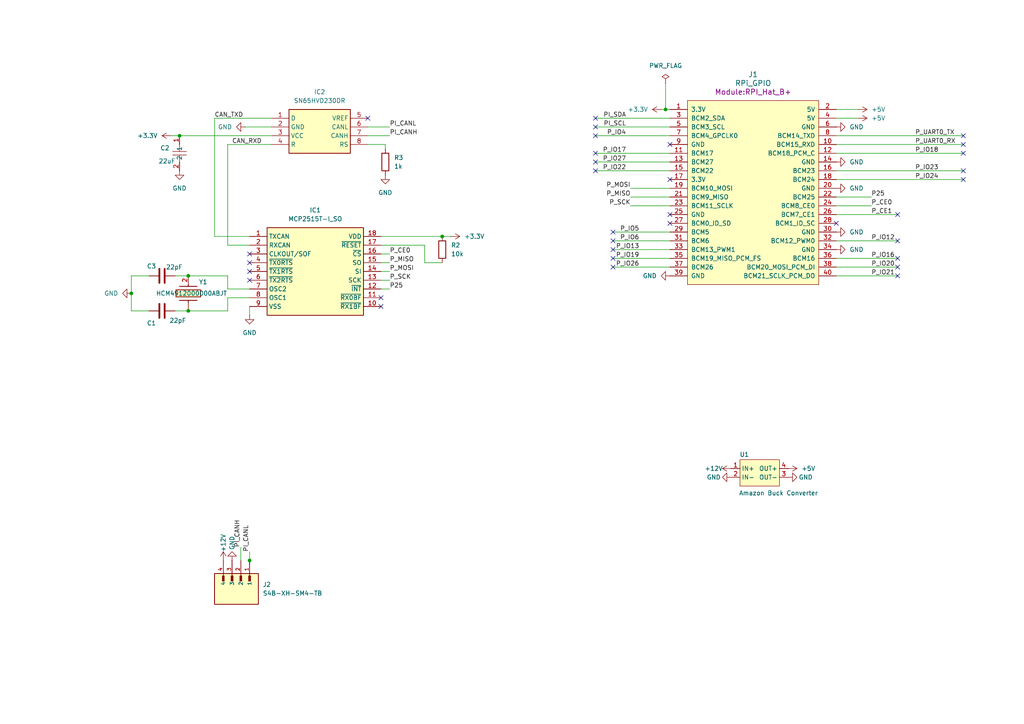
<source format=kicad_sch>
(kicad_sch (version 20250114) (generator "eeschema") (generator_version "9.0")
  (paper "A4")
  (lib_symbols
    (symbol "Connector_Generic:S4B-XH-SM4-TB" (pin_names (offset 1.016))
      (property "Reference" "J" (at -3.81 5.715 0))
      (property "Value" "S4B-XH-SM4-TB" (at -3.81 -10.16 0))
      (symbol "S4B-XH-SM4-TB_0_0"
        (rectangle (start -3.81 -7.62) (end 5.08 5.08) (stroke (width 0.254)) (fill (type background)))
        (rectangle (start -3.175 2.2225) (end -1.5875 2.8575) (stroke (width 0.1)) (fill (type outline)))
        (rectangle (start -3.175 -0.3175) (end -1.5875 0.3175) (stroke (width 0.1)) (fill (type outline)))
        (rectangle (start -3.175 -2.8575) (end -1.5875 -2.2225) (stroke (width 0.1)) (fill (type outline)))
        (rectangle (start -3.175 -5.3975) (end -1.5875 -4.7625) (stroke (width 0.1)) (fill (type outline)))
        (pin passive line (at -7.62 2.54 0) (length 5.08) (name "1") (number "1"))
        (pin passive line (at -7.62 0 0) (length 5.08) (name "2") (number "2"))
        (pin passive line (at -7.62 -2.54 0) (length 5.08) (name "3") (number "3"))
        (pin passive line (at -7.62 -5.08 0) (length 5.08) (name "4") (number "4"))
      )
    )
    (symbol "CustomLibraries:HCM4912000000ABJT" (pin_names (hide yes))
      (property "Reference" "Y" (at 8.89 6.35 0))
      (property "Value" "HCM4912000000ABJT" (at 8.89 3.81 0))
      (symbol "HCM4912000000ABJT_1_1"
        (polyline (pts (xy 3.048 2.54) (xy 3.048 -2.54)) (stroke (width 0.254)))
        (polyline (pts (xy 3.048 0) (xy 2.54 0)) (stroke (width 0.254)))
        (rectangle (start 4.064 3.556) (end 6.096 -3.556) (stroke (width 0.254)) (fill (type background)))
        (polyline (pts (xy 7.112 2.54) (xy 7.112 -2.54)) (stroke (width 0.254)))
        (polyline (pts (xy 7.112 0) (xy 7.62 0)) (stroke (width 0.254)))
        (pin passive line (at 0 0 0) (length 2.54) (name "CRYSTAL_2") (number "2"))
        (pin passive line (at 10.16 0 180) (length 2.54) (name "") (number ""))
      )
    )
    (symbol "CustomLibraries:MCP2515T-I_SO"
      (property "Reference" "IC" (at 34.29 7.62 0))
      (property "Value" "MCP2515T-I_SO" (at 34.29 5.08 0))
      (symbol "MCP2515T-I_SO_1_1"
        (rectangle (start 5.08 2.54) (end 33.02 -22.86) (stroke (width 0.254)) (fill (type background)))
        (pin passive line (at 0 0 0) (length 5.08) (name "TXCAN") (number "1"))
        (pin passive line (at 0 -2.54 0) (length 5.08) (name "RXCAN") (number "2"))
        (pin passive line (at 0 -5.08 0) (length 5.08) (name "CLKOUT/SOF") (number "3"))
        (pin passive line (at 0 -7.62 0) (length 5.08) (name "~{TX0RTS}") (number "4"))
        (pin passive line (at 0 -10.16 0) (length 5.08) (name "~{TX1RTS}") (number "5"))
        (pin passive line (at 0 -12.7 0) (length 5.08) (name "~{TX2RTS}") (number "6"))
        (pin passive line (at 0 -15.24 0) (length 5.08) (name "OSC2") (number "7"))
        (pin passive line (at 0 -17.78 0) (length 5.08) (name "OSC1") (number "8"))
        (pin passive line (at 0 -20.32 0) (length 5.08) (name "VSS") (number "9"))
        (pin passive line (at 38.1 0 180) (length 5.08) (name "VDD") (number "18"))
        (pin passive line (at 38.1 -2.54 180) (length 5.08) (name "~{RESET}") (number "17"))
        (pin passive line (at 38.1 -5.08 180) (length 5.08) (name "~{CS}") (number "16"))
        (pin passive line (at 38.1 -7.62 180) (length 5.08) (name "SO") (number "15"))
        (pin passive line (at 38.1 -10.16 180) (length 5.08) (name "SI") (number "14"))
        (pin passive line (at 38.1 -12.7 180) (length 5.08) (name "SCK") (number "13"))
        (pin passive line (at 38.1 -15.24 180) (length 5.08) (name "~{INT}") (number "12"))
        (pin passive line (at 38.1 -17.78 180) (length 5.08) (name "~{RX0BF}") (number "11"))
        (pin passive line (at 38.1 -20.32 180) (length 5.08) (name "~{RX1BF}") (number "10"))
      )
    )
    (symbol "CustomLibraries:SN65HVD230DR"
      (property "Reference" "IC" (at 24.13 7.62 0))
      (property "Value" "SN65HVD230DR" (at 24.13 5.08 0))
      (symbol "SN65HVD230DR_1_1"
        (rectangle (start 5.08 2.54) (end 22.86 -10.16) (stroke (width 0.254)) (fill (type background)))
        (pin passive line (at 0 0 0) (length 5.08) (name "D") (number "1"))
        (pin passive line (at 0 -2.54 0) (length 5.08) (name "GND") (number "2"))
        (pin passive line (at 0 -5.08 0) (length 5.08) (name "VCC") (number "3"))
        (pin passive line (at 0 -7.62 0) (length 5.08) (name "R") (number "4"))
        (pin passive line (at 27.94 0 180) (length 5.08) (name "VREF") (number "5"))
        (pin passive line (at 27.94 -2.54 180) (length 5.08) (name "CANL") (number "6"))
        (pin passive line (at 27.94 -5.08 180) (length 5.08) (name "CANH") (number "7"))
        (pin passive line (at 27.94 -7.62 180) (length 5.08) (name "RS") (number "8"))
      )
    )
    (symbol "Device:C" (pin_numbers (hide yes)) (pin_names (offset 0.254))
      (property "Reference" "C" (at 0.635 2.54 0))
      (property "Value" "C" (at 0.635 -2.54 0))
      (symbol "C_0_1"
        (polyline (pts (xy -2.032 0.762) (xy 2.032 0.762)) (stroke (width 0.508)))
        (polyline (pts (xy -2.032 -0.762) (xy 2.032 -0.762)) (stroke (width 0.508)))
      )
      (symbol "C_1_1"
        (pin passive line (at 0 3.81 270) (length 2.794) (name "~") (number "1"))
        (pin passive line (at 0 -3.81 90) (length 2.794) (name "~") (number "2"))
      )
    )
    (symbol "Device:R" (pin_numbers (hide yes)) (pin_names (offset 0))
      (property "Reference" "R" (at 2.032 0 90))
      (property "Value" "R" (at 0 0 90))
      (symbol "R_0_1"
        (rectangle (start -1.016 -2.54) (end 1.016 2.54) (stroke (width 0.254)))
      )
      (symbol "R_1_1"
        (pin passive line (at 0 3.81 270) (length 1.27) (name "~") (number "1"))
        (pin passive line (at 0 -3.81 90) (length 1.27) (name "~") (number "2"))
      )
    )
    (symbol "LCSC:CL31B226KPHNNNE"
      (property "Reference" "C" (at 0 5.08 0))
      (property "Value" "CL31B226KPHNNNE" (at 0 -5.08 0))
      (symbol "CL31B226KPHNNNE_0_1"
        (polyline (pts (xy -0.51 0) (xy -2.54 0)))
        (polyline (pts (xy -0.51 -2.03) (xy -0.51 2.03)))
        (polyline (pts (xy 0.51 2.03) (xy 0.51 -2.03)))
        (polyline (pts (xy 2.54 0) (xy 0.51 0)))
        (pin unspecified line (at -5.08 0 0) (length 2.54) (name "1") (number "1"))
        (pin unspecified line (at 5.08 0 180) (length 2.54) (name "2") (number "2"))
      )
    )
    (symbol "MCU_Module:RPi_GPIO" (pin_names (offset 1.016))
      (property "Reference" "J" (at 19.05 6.35 0))
      (property "Value" "RPi_GPIO" (at 19.05 3.81 0))
      (property "Footprint" "Module:RPI_Hat_B+" (at 0 0 0))
      (symbol "RPi_GPIO_1_1"
        (rectangle (start 0 2.54) (end 38.1 -50.8) (fill (type background)))
        (pin power_in line (at -5.08 0 0) (length 5.08) (name "3.3V") (number "1"))
        (pin bidirectional line (at -5.08 -2.54 0) (length 5.08) (name "BCM2_SDA") (number "3"))
        (pin bidirectional line (at -5.08 -5.08 0) (length 5.08) (name "BCM3_SCL") (number "5"))
        (pin bidirectional line (at -5.08 -7.62 0) (length 5.08) (name "BCM4_GPCLK0") (number "7"))
        (pin power_in line (at -5.08 -10.16 0) (length 5.08) (name "GND") (number "9"))
        (pin bidirectional line (at -5.08 -12.7 0) (length 5.08) (name "BCM17") (number "11"))
        (pin bidirectional line (at -5.08 -15.24 0) (length 5.08) (name "BCM27") (number "13"))
        (pin bidirectional line (at -5.08 -17.78 0) (length 5.08) (name "BCM22") (number "15"))
        (pin power_in line (at -5.08 -20.32 0) (length 5.08) (name "3.3V") (number "17"))
        (pin bidirectional line (at -5.08 -22.86 0) (length 5.08) (name "BCM10_MOSI") (number "19"))
        (pin bidirectional line (at -5.08 -25.4 0) (length 5.08) (name "BCM9_MISO") (number "21"))
        (pin bidirectional line (at -5.08 -27.94 0) (length 5.08) (name "BCM11_SCLK") (number "23"))
        (pin power_in line (at -5.08 -30.48 0) (length 5.08) (name "GND") (number "25"))
        (pin bidirectional line (at -5.08 -33.02 0) (length 5.08) (name "BCM0_ID_SD") (number "27"))
        (pin bidirectional line (at -5.08 -35.56 0) (length 5.08) (name "BCM5") (number "29"))
        (pin bidirectional line (at -5.08 -38.1 0) (length 5.08) (name "BCM6") (number "31"))
        (pin bidirectional line (at -5.08 -40.64 0) (length 5.08) (name "BCM13_PWM1") (number "33"))
        (pin bidirectional line (at -5.08 -43.18 0) (length 5.08) (name "BCM19_MISO_PCM_FS") (number "35"))
        (pin bidirectional line (at -5.08 -45.72 0) (length 5.08) (name "BCM26") (number "37"))
        (pin power_in line (at -5.08 -48.26 0) (length 5.08) (name "GND") (number "39"))
        (pin power_in line (at 43.18 0 180) (length 5.08) (name "5V") (number "2"))
        (pin power_in line (at 43.18 -2.54 180) (length 5.08) (name "5V") (number "4"))
        (pin power_in line (at 43.18 -5.08 180) (length 5.08) (name "GND") (number "6"))
        (pin bidirectional line (at 43.18 -7.62 180) (length 5.08) (name "BCM14_TXD") (number "8"))
        (pin bidirectional line (at 43.18 -10.16 180) (length 5.08) (name "BCM15_RXD") (number "10"))
        (pin bidirectional line (at 43.18 -12.7 180) (length 5.08) (name "BCM18_PCM_C") (number "12"))
        (pin power_in line (at 43.18 -15.24 180) (length 5.08) (name "GND") (number "14"))
        (pin bidirectional line (at 43.18 -17.78 180) (length 5.08) (name "BCM23") (number "16"))
        (pin bidirectional line (at 43.18 -20.32 180) (length 5.08) (name "BCM24") (number "18"))
        (pin power_in line (at 43.18 -22.86 180) (length 5.08) (name "GND") (number "20"))
        (pin bidirectional line (at 43.18 -25.4 180) (length 5.08) (name "BCM25") (number "22"))
        (pin bidirectional line (at 43.18 -27.94 180) (length 5.08) (name "BCM8_CE0") (number "24"))
        (pin bidirectional line (at 43.18 -30.48 180) (length 5.08) (name "BCM7_CE1") (number "26"))
        (pin bidirectional line (at 43.18 -33.02 180) (length 5.08) (name "BCM1_ID_SC") (number "28"))
        (pin power_in line (at 43.18 -35.56 180) (length 5.08) (name "GND") (number "30"))
        (pin bidirectional line (at 43.18 -38.1 180) (length 5.08) (name "BCM12_PWM0") (number "32"))
        (pin power_in line (at 43.18 -40.64 180) (length 5.08) (name "GND") (number "34"))
        (pin bidirectional line (at 43.18 -43.18 180) (length 5.08) (name "BCM16") (number "36"))
        (pin bidirectional line (at 43.18 -45.72 180) (length 5.08) (name "BCM20_MOSI_PCM_DI") (number "38"))
        (pin bidirectional line (at 43.18 -48.26 180) (length 5.08) (name "BCM21_SCLK_PCM_DO") (number "40"))
      )
    )
    (symbol "Regulator_Switching:AmazonBuckConverter"
      (property "Reference" "U" (at 0 0 0))
      (symbol "AmazonBuckConverter_1_1"
        (rectangle (start 0 10.16) (end 11.43 2.54) (fill (type background)))
        (pin input line (at -2.54 7.62 0) (length 2.54) (name "IN+") (number "1"))
        (pin input line (at -2.54 5.08 0) (length 2.54) (name "IN-") (number "2"))
        (pin input line (at 13.97 7.62 180) (length 2.54) (name "OUT+") (number "4"))
        (pin input line (at 13.97 5.08 180) (length 2.54) (name "OUT-") (number "3"))
      )
    )
    (symbol "power:+12V" (power) (pin_numbers (hide yes)) (pin_names (offset 0) (hide yes))
      (property "Value" "+12V" (at 0 3.556 0))
      (symbol "+12V_0_1"
        (polyline (pts (xy -0.762 1.27) (xy 0 2.54)))
        (polyline (pts (xy 0 2.54) (xy 0.762 1.27)))
        (polyline (pts (xy 0 0) (xy 0 2.54)))
      )
      (symbol "+12V_1_1"
        (pin power_in line (at 0 0 90) (length 0) (name "~") (number "1"))
      )
    )
    (symbol "power:+3.3V" (power) (pin_numbers (hide yes)) (pin_names (offset 0) (hide yes))
      (property "Value" "+3.3V" (at 0 3.556 0))
      (symbol "+3.3V_0_1"
        (polyline (pts (xy -0.762 1.27) (xy 0 2.54)))
        (polyline (pts (xy 0 2.54) (xy 0.762 1.27)))
        (polyline (pts (xy 0 0) (xy 0 2.54)))
      )
      (symbol "+3.3V_1_1"
        (pin power_in line (at 0 0 90) (length 0) (name "~") (number "1"))
      )
    )
    (symbol "power:+5V" (power) (pin_numbers (hide yes)) (pin_names (offset 0) (hide yes))
      (property "Value" "+5V" (at 0 3.556 0))
      (symbol "+5V_0_1"
        (polyline (pts (xy -0.762 1.27) (xy 0 2.54)))
        (polyline (pts (xy 0 2.54) (xy 0.762 1.27)))
        (polyline (pts (xy 0 0) (xy 0 2.54)))
      )
      (symbol "+5V_1_1"
        (pin power_in line (at 0 0 90) (length 0) (name "~") (number "1"))
      )
    )
    (symbol "power:GND" (power) (pin_numbers (hide yes)) (pin_names (offset 0) (hide yes))
      (property "Value" "GND" (at 0 -3.81 0))
      (symbol "GND_0_1"
        (polyline (pts (xy 0 0) (xy 0 -1.27) (xy 1.27 -1.27) (xy 0 -2.54) (xy -1.27 -1.27) (xy 0 -1.27)))
      )
      (symbol "GND_1_1"
        (pin power_in line (at 0 0 270) (length 0) (name "~") (number "1"))
      )
    )
    (symbol "power:PWR_FLAG" (power) (pin_numbers (hide yes)) (pin_names (offset 0) (hide yes))
      (property "Value" "PWR_FLAG" (at 0 3.81 0))
      (symbol "PWR_FLAG_0_0"
        (pin power_out line (at 0 0 90) (length 0) (name "~") (number "1"))
      )
      (symbol "PWR_FLAG_0_1"
        (polyline (pts (xy 0 0) (xy 0 1.27) (xy -1.016 1.905) (xy 0 2.54) (xy 1.016 1.905) (xy 0 1.27)))
      )
    )
  )
  (junction (at 52.07 39.37))
  (junction (at 193.04 31.75))
  (junction (at 54.61 80.01))
  (junction (at 128.27 68.58))
  (junction (at 72.39 162.56))
  (junction (at 38.1 85.09))
  (junction (at 54.61 90.17))
  (no_connect (at 172.72 49.53))
  (no_connect (at 279.4 39.37))
  (no_connect (at 279.4 49.53))
  (no_connect (at 106.68 34.29))
  (no_connect (at 260.35 69.85))
  (no_connect (at 72.39 76.2))
  (no_connect (at 177.8 77.47))
  (no_connect (at 279.4 52.07))
  (no_connect (at 260.35 62.23))
  (no_connect (at 172.72 36.83))
  (no_connect (at 194.31 62.23))
  (no_connect (at 72.39 78.74))
  (no_connect (at 194.31 64.77))
  (no_connect (at 177.8 74.93))
  (no_connect (at 194.31 41.91))
  (no_connect (at 172.72 39.37))
  (no_connect (at 279.4 41.91))
  (no_connect (at 260.35 74.93))
  (no_connect (at 110.49 88.9))
  (no_connect (at 260.35 80.01))
  (no_connect (at 72.39 81.28))
  (no_connect (at 172.72 46.99))
  (no_connect (at 177.8 72.39))
  (no_connect (at 110.49 86.36))
  (no_connect (at 172.72 34.29))
  (no_connect (at 177.8 67.31))
  (no_connect (at 72.39 73.66))
  (no_connect (at 242.57 64.77))
  (no_connect (at 172.72 44.45))
  (no_connect (at 177.8 69.85))
  (no_connect (at 194.31 52.07))
  (no_connect (at 279.4 44.45))
  (no_connect (at 260.35 77.47))
  (wire (pts (xy 49.53 39.37) (xy 52.07 39.37)))
  (wire (pts (xy 172.72 49.53) (xy 194.31 49.53)))
  (wire (pts (xy 252.73 57.15) (xy 242.57 57.15)))
  (wire (pts (xy 191.77 31.75) (xy 193.04 31.75)))
  (wire (pts (xy 172.72 46.99) (xy 194.31 46.99)))
  (wire (pts (xy 66.04 86.36) (xy 66.04 90.17)))
  (wire (pts (xy 193.04 31.75) (xy 194.31 31.75)))
  (wire (pts (xy 69.85 158.75) (xy 69.85 162.56)))
  (wire (pts (xy 177.8 74.93) (xy 194.31 74.93)))
  (wire (pts (xy 242.57 49.53) (xy 279.4 49.53)))
  (wire (pts (xy 62.23 34.29) (xy 62.23 68.58)))
  (wire (pts (xy 66.04 71.12) (xy 72.39 71.12)))
  (wire (pts (xy 72.39 162.56) (xy 72.39 163.83)))
  (wire (pts (xy 54.61 80.01) (xy 66.04 80.01)))
  (wire (pts (xy 182.88 59.69) (xy 194.31 59.69)))
  (wire (pts (xy 172.72 39.37) (xy 194.31 39.37)))
  (wire (pts (xy 242.57 39.37) (xy 279.4 39.37)))
  (wire (pts (xy 242.57 62.23) (xy 260.35 62.23)))
  (wire (pts (xy 113.03 81.28) (xy 110.49 81.28)))
  (wire (pts (xy 71.12 36.83) (xy 78.74 36.83)))
  (wire (pts (xy 72.39 68.58) (xy 62.23 68.58)))
  (wire (pts (xy 66.04 83.82) (xy 72.39 83.82)))
  (wire (pts (xy 248.92 31.75) (xy 242.57 31.75)))
  (wire (pts (xy 113.03 73.66) (xy 110.49 73.66)))
  (wire (pts (xy 72.39 86.36) (xy 66.04 86.36)))
  (wire (pts (xy 113.03 39.37) (xy 106.68 39.37)))
  (wire (pts (xy 50.8 80.01) (xy 54.61 80.01)))
  (wire (pts (xy 242.57 77.47) (xy 260.35 77.47)))
  (wire (pts (xy 113.03 78.74) (xy 110.49 78.74)))
  (wire (pts (xy 123.19 71.12) (xy 123.19 76.2)))
  (wire (pts (xy 110.49 68.58) (xy 128.27 68.58)))
  (wire (pts (xy 193.04 24.13) (xy 193.04 31.75)))
  (wire (pts (xy 38.1 80.01) (xy 38.1 85.09)))
  (wire (pts (xy 248.92 34.29) (xy 242.57 34.29)))
  (wire (pts (xy 54.61 90.17) (xy 66.04 90.17)))
  (wire (pts (xy 123.19 76.2) (xy 128.27 76.2)))
  (wire (pts (xy 177.8 72.39) (xy 194.31 72.39)))
  (wire (pts (xy 111.76 41.91) (xy 111.76 43.18)))
  (wire (pts (xy 113.03 83.82) (xy 110.49 83.82)))
  (wire (pts (xy 72.39 91.44) (xy 72.39 88.9)))
  (wire (pts (xy 62.23 34.29) (xy 78.74 34.29)))
  (wire (pts (xy 242.57 69.85) (xy 260.35 69.85)))
  (wire (pts (xy 78.74 41.91) (xy 66.04 41.91)))
  (wire (pts (xy 52.07 39.37) (xy 78.74 39.37)))
  (wire (pts (xy 113.03 36.83) (xy 106.68 36.83)))
  (wire (pts (xy 242.57 80.01) (xy 260.35 80.01)))
  (wire (pts (xy 38.1 90.17) (xy 43.18 90.17)))
  (wire (pts (xy 66.04 41.91) (xy 66.04 71.12)))
  (wire (pts (xy 172.72 34.29) (xy 194.31 34.29)))
  (wire (pts (xy 113.03 76.2) (xy 110.49 76.2)))
  (wire (pts (xy 242.57 52.07) (xy 279.4 52.07)))
  (wire (pts (xy 72.39 160.02) (xy 72.39 162.56)))
  (wire (pts (xy 177.8 77.47) (xy 194.31 77.47)))
  (wire (pts (xy 110.49 71.12) (xy 123.19 71.12)))
  (wire (pts (xy 128.27 68.58) (xy 130.81 68.58)))
  (wire (pts (xy 182.88 54.61) (xy 194.31 54.61)))
  (wire (pts (xy 242.57 41.91) (xy 279.4 41.91)))
  (wire (pts (xy 182.88 57.15) (xy 194.31 57.15)))
  (wire (pts (xy 172.72 44.45) (xy 194.31 44.45)))
  (wire (pts (xy 50.8 90.17) (xy 54.61 90.17)))
  (wire (pts (xy 242.57 74.93) (xy 260.35 74.93)))
  (wire (pts (xy 38.1 80.01) (xy 43.18 80.01)))
  (wire (pts (xy 172.72 36.83) (xy 194.31 36.83)))
  (wire (pts (xy 177.8 67.31) (xy 194.31 67.31)))
  (wire (pts (xy 38.1 90.17) (xy 38.1 85.09)))
  (wire (pts (xy 106.68 41.91) (xy 111.76 41.91)))
  (wire (pts (xy 242.57 44.45) (xy 279.4 44.45)))
  (wire (pts (xy 66.04 83.82) (xy 66.04 80.01)))
  (wire (pts (xy 252.73 59.69) (xy 242.57 59.69)))
  (wire (pts (xy 177.8 69.85) (xy 194.31 69.85)))
  (label "PI_CANL" (at 72.39 160.02 90))
  (label "P_IO26" (at 185.42 77.47 180))
  (label "PI_CANH" (at 69.85 158.75 90))
  (label "P_SCK" (at 182.88 59.69 180))
  (label "P_IO22" (at 181.61 49.53 180))
  (label "P_IO5" (at 185.42 67.31 180))
  (label "P_IO21" (at 252.73 80.01 0))
  (label "P_IO27" (at 181.61 46.99 180))
  (label "P_IO17" (at 181.61 44.45 180))
  (label "P_IO24" (at 265.43 52.07 0))
  (label "PI_SCL" (at 181.61 36.83 180))
  (label "P_IO13" (at 185.42 72.39 180))
  (label "P_IO23" (at 265.43 49.53 0))
  (label "P_CE0" (at 252.73 59.69 0))
  (label "PI_CANH" (at 113.03 39.37 0))
  (label "P_IO4" (at 181.61 39.37 180))
  (label "P_MISO" (at 182.88 57.15 180))
  (label "P_IO19" (at 185.42 74.93 180))
  (label "P_IO20" (at 252.73 77.47 0))
  (label "P_IO18" (at 265.43 44.45 0))
  (label "P_UART0_TX" (at 265.43 39.37 0))
  (label "P_MOSI" (at 113.03 78.74 0))
  (label "P_IO6" (at 185.42 69.85 180))
  (label "P25" (at 113.03 83.82 0))
  (label "P_UART0_RX" (at 265.43 41.91 0))
  (label "P_MISO" (at 113.03 76.2 0))
  (label "CAN_RXD" (at 67.31 41.91 0))
  (label "P_CE1" (at 252.73 62.23 0))
  (label "P_SCK" (at 113.03 81.28 0))
  (label "P_MOSI" (at 182.88 54.61 180))
  (label "CAN_TXD" (at 62.23 34.29 0))
  (label "P25" (at 252.73 57.15 0))
  (label "P_IO12" (at 252.73 69.85 0))
  (label "PI_CANL" (at 113.03 36.83 0))
  (label "PI_SDA" (at 181.61 34.29 180))
  (label "P_CE0" (at 113.03 73.66 0))
  (label "P_IO16" (at 252.73 74.93 0))
  (symbol (lib_id "Device:R") (at 111.76 46.99 180) (unit 1)
    (property "Reference" "R3" (at 114.3 45.7199 0) (effects (justify right)))
    (property "Value" "1k" (at 114.3 48.2599 0) (effects (justify right)))
    (property "Footprint" "Resistor_SMD:R_1206_3216Metric" (effects (hide yes)))
    (property "Description" "Resistor" (effects (hide yes)))
  )
  (symbol (lib_id "Regulator_Switching:AmazonBuckConverter") (at 214.63 143.51 0) (unit 1)
    (property "Reference" "U1" (at 215.9 131.826 0))
    (property "Value" "Amazon Buck Converter" (at 225.806 143.002 0))
    (property "Footprint" "Converter_DCDC:AmazonBuckConverter" (effects (hide yes)))
  )
  (symbol (lib_id "power:+5V") (at 248.92 34.29 270) (unit 1)
    (property "Reference" "#PWR09" (effects (hide yes)))
    (property "Value" "+5V" (at 252.73 34.2899 90) (effects (justify left)))
    (property "Description" "Power symbol creates a global label with name \"+5V\"" (effects (hide yes)))
  )
  (symbol (lib_id "power:GND") (at 52.07 49.53 0) (unit 1)
    (property "Reference" "#PWR017" (effects (hide yes)))
    (property "Value" "GND" (at 52.07 54.61 0))
    (property "Description" "Power symbol creates a global label with name \"GND\" , ground" (effects (hide yes)))
  )
  (symbol (lib_id "power:+3.3V") (at 191.77 31.75 90) (unit 1)
    (property "Reference" "#PWR011" (effects (hide yes)))
    (property "Value" "+3.3V" (at 187.96 31.7499 90) (effects (justify left)))
    (property "Description" "Power symbol creates a global label with name \"+3.3V\"" (effects (hide yes)))
  )
  (symbol (lib_id "Device:R") (at 128.27 72.39 180) (unit 1)
    (property "Reference" "R2" (at 130.81 71.1199 0) (effects (justify right)))
    (property "Value" "10k" (at 130.81 73.6599 0) (effects (justify right)))
    (property "Footprint" "Resistor_SMD:R_1206_3216Metric" (effects (hide yes)))
    (property "Description" "Resistor" (effects (hide yes)))
  )
  (symbol (lib_id "power:GND") (at 212.09 138.43 270) (unit 1)
    (property "Reference" "#PWR024" (effects (hide yes)))
    (property "Value" "GND" (at 207.01 138.43 90))
    (property "Description" "Power symbol creates a global label with name \"GND\" , ground" (effects (hide yes)))
  )
  (symbol (lib_id "power:GND") (at 71.12 36.83 270) (unit 1)
    (property "Reference" "#PWR015" (effects (hide yes)))
    (property "Value" "GND" (at 67.31 36.8299 90) (effects (justify right)))
    (property "Description" "Power symbol creates a global label with name \"GND\" , ground" (effects (hide yes)))
  )
  (symbol (lib_id "power:GND") (at 228.6 138.43 90) (unit 1)
    (property "Reference" "#PWR018" (effects (hide yes)))
    (property "Value" "GND" (at 233.68 138.43 90))
    (property "Description" "Power symbol creates a global label with name \"GND\" , ground" (effects (hide yes)))
  )
  (symbol (lib_id "power:GND") (at 111.76 50.8 0) (unit 1)
    (property "Reference" "#PWR014" (effects (hide yes)))
    (property "Value" "GND" (at 111.76 55.88 0))
    (property "Description" "Power symbol creates a global label with name \"GND\" , ground" (effects (hide yes)))
  )
  (symbol (lib_id "power:GND") (at 72.39 91.44 0) (unit 1)
    (property "Reference" "#PWR013" (effects (hide yes)))
    (property "Value" "GND" (at 72.39 96.52 0))
    (property "Description" "Power symbol creates a global label with name \"GND\" , ground" (effects (hide yes)))
  )
  (symbol (lib_id "Device:C") (at 46.99 80.01 90) (unit 1)
    (property "Reference" "C3" (at 43.942 77.216 90))
    (property "Value" "22pF" (at 50.546 77.47 90))
    (property "Footprint" "Capacitor_SMD:C_1206_3216Metric" (effects (hide yes)))
    (property "Description" "Unpolarized capacitor" (effects (hide yes)))
  )
  (symbol (lib_id "power:+3.3V") (at 49.53 39.37 90) (unit 1)
    (property "Reference" "#PWR016" (effects (hide yes)))
    (property "Value" "+3.3V" (at 45.72 39.3699 90) (effects (justify left)))
    (property "Description" "Power symbol creates a global label with name \"+3.3V\"" (effects (hide yes)))
  )
  (symbol (lib_id "power:GND") (at 242.57 67.31 90) (unit 1)
    (property "Reference" "#PWR04" (effects (hide yes)))
    (property "Value" "GND" (at 246.38 67.3099 90) (effects (justify right)))
    (property "Description" "Power symbol creates a global label with name \"GND\" , ground" (effects (hide yes)))
  )
  (symbol (lib_id "power:+12V") (at 64.77 162.56 0) (unit 1)
    (property "Reference" "#PWR025" (effects (hide yes)))
    (property "Value" "+12V" (at 64.77 157.48 90))
    (property "Description" "Power symbol creates a global label with name \"+12V\"" (effects (hide yes)))
  )
  (symbol (lib_id "CustomLibraries:SN65HVD230DR") (at 78.74 34.29 0) (unit 1)
    (property "Reference" "IC2" (at 92.71 26.67 0))
    (property "Value" "SN65HVD230DR" (at 92.71 29.21 0))
    (property "Footprint" "CustomLibrary:SN65HVD230DR" (effects (hide yes)))
    (property "Datasheet" "http://www.ti.com/lit/gpn/sn65hvd230" (effects (hide yes)))
    (property "Description" "3.3 V CAN Transceiver with Standby Mode" (effects (hide yes)))
    (property "Height" "1.75" (effects (hide yes)))
    (property "Mouser Part Number" "595-SN65HVD230DR" (effects (hide yes)))
    (property "Mouser Price/Stock" "https://www.mouser.co.uk/ProductDetail/Texas-Instruments/SN65HVD230DR?qs=QViXGNcIEAtifeQR3pYVUQ%3D%3D" (effects (hide yes)))
    (property "Manufacturer_Name" "Texas Instruments" (effects (hide yes)))
    (property "Manufacturer_Part_Number" "SN65HVD230DR" (effects (hide yes)))
  )
  (symbol (lib_id "power:GND") (at 242.57 54.61 90) (unit 1)
    (property "Reference" "#PWR05" (effects (hide yes)))
    (property "Value" "GND" (at 246.38 54.6099 90) (effects (justify right)))
    (property "Description" "Power symbol creates a global label with name \"GND\" , ground" (effects (hide yes)))
  )
  (symbol (lib_id "LCSC:CL31B226KPHNNNE") (at 52.07 44.45 270) (unit 1)
    (property "Reference" "C2" (at 46.482 42.926 90) (effects (justify left)))
    (property "Value" "22uF" (at 45.974 46.736 90) (effects (justify left)))
    (property "Footprint" "easyeda2kicad:C1206" (effects (hide yes)))
    (property "Datasheet" "https://lcsc.com/product-detail/Multilayer-Ceramic-Capacitors-MLCC-SMD-SMT_SAMSUNG_CL31B226KPHNNNE_22uF-226-10-10V_C87996.html" (effects (hide yes)))
    (property "LCSC Part" "C87996" (effects (hide yes)))
  )
  (symbol (lib_id "power:+12V") (at 212.09 135.89 90) (unit 1)
    (property "Reference" "#PWR022" (effects (hide yes)))
    (property "Value" "+12V" (at 207.01 135.89 90))
    (property "Description" "Power symbol creates a global label with name \"+12V\"" (effects (hide yes)))
  )
  (symbol (lib_id "power:+3.3V") (at 130.81 68.58 270) (unit 1)
    (property "Reference" "#PWR010" (effects (hide yes)))
    (property "Value" "+3.3V" (at 134.62 68.5799 90) (effects (justify left)))
    (property "Description" "Power symbol creates a global label with name \"+3.3V\"" (effects (hide yes)))
  )
  (symbol (lib_id "power:GND") (at 242.57 72.39 90) (unit 1)
    (property "Reference" "#PWR03" (effects (hide yes)))
    (property "Value" "GND" (at 246.38 72.3899 90) (effects (justify right)))
    (property "Description" "Power symbol creates a global label with name \"GND\" , ground" (effects (hide yes)))
  )
  (symbol (lib_id "power:GND") (at 194.31 80.01 270) (unit 1)
    (property "Reference" "#PWR01" (effects (hide yes)))
    (property "Value" "GND" (at 190.5 80.0099 90) (effects (justify right)))
    (property "Description" "Power symbol creates a global label with name \"GND\" , ground" (effects (hide yes)))
  )
  (symbol (lib_id "CustomLibraries:HCM4912000000ABJT") (at 54.61 80.01 270) (unit 1)
    (property "Reference" "Y1" (at 57.658 81.788 90) (effects (justify left)))
    (property "Value" "HCM4912000000ABJT" (at 45.212 85.09 90) (effects (justify left)))
    (property "Footprint" "CustomLibrary:HCM4912000000ABJT" (effects (hide yes)))
    (property "Datasheet" "https://datasheet.datasheetarchive.com/originals/dk/DKDS-7/132106.pdf" (effects (hide yes)))
    (property "Description" "Crystals 12MHz 18pF HC49S SMD" (effects (hide yes)))
    (property "Height" "4.3" (effects (hide yes)))
    (property "Mouser Part Number" "695-HCM4912.0ABJT" (effects (hide yes)))
    (property "Mouser Price/Stock" "https://www.mouser.co.uk/ProductDetail/Citizen-FineDevice/HCM4912000000ABJT?qs=byeeYqUIh0OXKKR48pEIVA%3D%3D" (effects (hide yes)))
    (property "Manufacturer_Name" "CITIZEN FINEDEVICE" (effects (hide yes)))
    (property "Manufacturer_Part_Number" "HCM4912000000ABJT" (effects (hide yes)))
  )
  (symbol (lib_id "Connector_Generic:S4B-XH-SM4-TB") (at 69.85 170.18 270) (unit 1)
    (property "Reference" "J2" (at 76.2 169.5449 90) (effects (justify left)))
    (property "Value" "S4B-XH-SM4-TB" (at 76.2 172.0849 90) (effects (justify left)))
    (property "Footprint" "Connector_JST:JST_S4B-XH-SM4-TB" (effects (hide yes)))
    (property "MAXIMUM_PACKAGE_HEIGHT" "6.00mm" (effects (hide yes)))
    (property "CREATOR" "NEZY" (effects (hide yes)))
    (property "STANDARD" "Manufacturer Recommendations" (effects (hide yes)))
    (property "PARTREV" "NA" (effects (hide yes)))
    (property "MANUFACTURER" "JST" (effects (hide yes)))
  )
  (symbol (lib_id "power:+5V") (at 248.92 31.75 270) (unit 1)
    (property "Reference" "#PWR08" (effects (hide yes)))
    (property "Value" "+5V" (at 252.73 31.7499 90) (effects (justify left)))
    (property "Description" "Power symbol creates a global label with name \"+5V\"" (effects (hide yes)))
  )
  (symbol (lib_id "MCU_Module:RPi_GPIO") (at 199.39 31.75 0) (unit 1)
    (property "Reference" "J1" (at 218.44 21.59 0) (effects (font (size 1.524 1.524))))
    (property "Value" "RPi_GPIO" (at 218.44 24.13 0) (effects (font (size 1.524 1.524))))
    (property "Footprint" "Module:RPI_Hat_B+" (at 218.44 26.67 0) (effects (font (size 1.524 1.524))))
  )
  (symbol (lib_id "power:PWR_FLAG") (at 193.04 24.13 0) (unit 1)
    (property "Reference" "#FLG01" (effects (hide yes)))
    (property "Value" "PWR_FLAG" (at 193.04 19.05 0))
    (property "Description" "Special symbol for telling ERC where power comes from" (effects (hide yes)))
  )
  (symbol (lib_id "CustomLibraries:MCP2515T-I_SO") (at 72.39 68.58 0) (unit 1)
    (property "Reference" "IC1" (at 91.44 60.96 0))
    (property "Value" "MCP2515T-I_SO" (at 91.44 63.5 0))
    (property "Footprint" "CustomLibrary:MCP2515T-ISO" (effects (hide yes)))
    (property "Datasheet" "https://datasheet.datasheetarchive.com/originals/distributors/SFDatasheet-4/sf-00090060.pdf" (effects (hide yes)))
    (property "Description" "Microchip Technology MCP2515T-I/SO, CAN Controller 1Mbit/s, 18-Pin SOIC" (effects (hide yes)))
    (property "Height" "2.65" (effects (hide yes)))
    (property "Mouser Part Number" "579-MCP2515T-I/SO" (effects (hide yes)))
    (property "Mouser Price/Stock" "https://www.mouser.co.uk/ProductDetail/Microchip-Technology/MCP2515T-I-SO?qs=uMUszenkLLKzXVzy0vTLgQ%3D%3D" (effects (hide yes)))
    (property "Manufacturer_Name" "Microchip" (effects (hide yes)))
    (property "Manufacturer_Part_Number" "MCP2515T-I/SO" (effects (hide yes)))
  )
  (symbol (lib_id "power:GND") (at 67.31 162.56 180) (unit 1)
    (property "Reference" "#PWR026" (effects (hide yes)))
    (property "Value" "GND" (at 67.31 157.48 90))
    (property "Description" "Power symbol creates a global label with name \"GND\" , ground" (effects (hide yes)))
  )
  (symbol (lib_id "power:GND") (at 242.57 36.83 90) (unit 1)
    (property "Reference" "#PWR07" (effects (hide yes)))
    (property "Value" "GND" (at 246.38 36.8299 90) (effects (justify right)))
    (property "Description" "Power symbol creates a global label with name \"GND\" , ground" (effects (hide yes)))
  )
  (symbol (lib_id "Device:C") (at 46.99 90.17 90) (unit 1)
    (property "Reference" "C1" (at 43.942 93.726 90))
    (property "Value" "22pF" (at 51.562 92.964 90))
    (property "Footprint" "Capacitor_SMD:C_1206_3216Metric" (effects (hide yes)))
    (property "Description" "Unpolarized capacitor" (effects (hide yes)))
  )
  (symbol (lib_id "power:GND") (at 242.57 46.99 90) (unit 1)
    (property "Reference" "#PWR06" (effects (hide yes)))
    (property "Value" "GND" (at 246.38 46.9899 90) (effects (justify right)))
    (property "Description" "Power symbol creates a global label with name \"GND\" , ground" (effects (hide yes)))
  )
  (symbol (lib_id "power:GND") (at 38.1 85.09 270) (unit 1)
    (property "Reference" "#PWR02" (effects (hide yes)))
    (property "Value" "GND" (at 34.29 85.0899 90) (effects (justify right)))
    (property "Description" "Power symbol creates a global label with name \"GND\" , ground" (effects (hide yes)))
  )
  (symbol (lib_id "power:+5V") (at 228.6 135.89 270) (unit 1)
    (property "Reference" "#PWR019" (effects (hide yes)))
    (property "Value" "+5V" (at 232.41 135.8899 90) (effects (justify left)))
    (property "Description" "Power symbol creates a global label with name \"+5V\"" (effects (hide yes)))
  )
)
</source>
